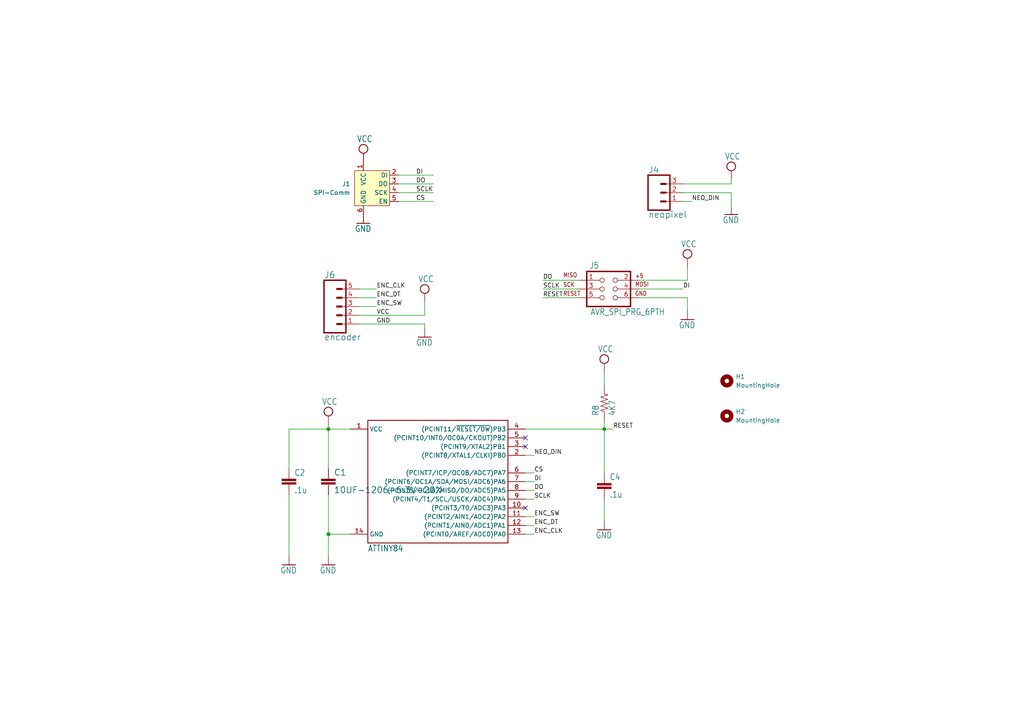
<source format=kicad_sch>
(kicad_sch (version 20231120) (generator "eeschema") (generator_version "8.0")
  (paper "A4")
  (lib_symbols
    (symbol "Garth Libraries:SPI-Comm-Jack"
      (property "Reference" "J" (at 0 0 0))
      (property "Value" "SPI-Comm" (at 0 0 0))
      (symbol "SPI-Comm-Jack_1_1"
        (rectangle (start -5.08 5.08) (end 5.08 -5.08) (fill (type background)))
        (pin power_in line (at -2.54 7.62 270) (length 2.54) (name "VCC") (number "1"))
        (pin input line (at 7.62 3.81 180) (length 2.54) (name "DI") (number "2"))
        (pin output line (at 7.62 1.27 180) (length 2.54) (name "DO") (number "3"))
        (pin input line (at 7.62 -1.27 180) (length 2.54) (name "SCK") (number "4"))
        (pin input line (at 7.62 -3.81 180) (length 2.54) (name "EN") (number "5"))
        (pin power_in line (at -2.54 -7.62 90) (length 2.54) (name "GND") (number "6"))
      )
    )
    (symbol "Mechanical:MountingHole" (pin_names (offset 1.016)) (exclude_from_sim yes) (in_bom no)
      (property "Reference" "H" (at 0 5.08 0))
      (property "Value" "MountingHole" (at 0 3.175 0))
      (symbol "MountingHole_0_1"
        (circle (center 0 0) (radius 1.27) (stroke (width 1.27)))
      )
    )
    (symbol "rotary-control-eagle-import:10UF-1206-6.3V-20%"
      (property "Reference" "C" (at 1.524 2.921 0))
      (symbol "10UF-1206-6.3V-20%_1_0"
        (rectangle (start -2.032 0.508) (end 2.032 1.016) (fill (type outline)))
        (rectangle (start -2.032 1.524) (end 2.032 2.032) (fill (type outline)))
        (polyline (pts (xy 0 0) (xy 0 0.508)) (stroke (width 0.1524)))
        (polyline (pts (xy 0 2.54) (xy 0 2.032)) (stroke (width 0.1524)))
        (pin passive line (at 0 5.08 270) (length 2.54) (name "1") (number "1"))
        (pin passive line (at 0 -2.54 90) (length 2.54) (name "2") (number "2"))
      )
    )
    (symbol "rotary-control-eagle-import:ATTINY84"
      (symbol "ATTINY84_1_0"
        (polyline (pts (xy -20.32 -17.78) (xy -20.32 17.78)) (stroke (width 0.254)))
        (polyline (pts (xy -20.32 17.78) (xy 20.32 17.78)) (stroke (width 0.254)))
        (polyline (pts (xy 20.32 -17.78) (xy -20.32 -17.78)) (stroke (width 0.254)))
        (polyline (pts (xy 20.32 17.78) (xy 20.32 -17.78)) (stroke (width 0.254)))
        (pin bidirectional line (at -25.4 15.24 0) (length 5.08) (name "VCC") (number "1"))
        (pin bidirectional line (at 25.4 -7.62 180) (length 5.08) (name "(PCINT3/T0/ADC3)PA3") (number "10"))
        (pin bidirectional line (at 25.4 -10.16 180) (length 5.08) (name "(PCINT2/AIN1/ADC2)PA2") (number "11"))
        (pin bidirectional line (at 25.4 -12.7 180) (length 5.08) (name "(PCINT1/AIN0/ADC1)PA1") (number "12"))
        (pin bidirectional line (at 25.4 -15.24 180) (length 5.08) (name "(PCINT0/AREF/ADC0)PA0") (number "13"))
        (pin bidirectional line (at -25.4 -15.24 0) (length 5.08) (name "GND") (number "14"))
        (pin bidirectional line (at 25.4 7.62 180) (length 5.08) (name "(PCINT8/XTAL1/CLKI)PB0") (number "2"))
        (pin bidirectional line (at 25.4 10.16 180) (length 5.08) (name "(PCINT9/XTAL2)PB1") (number "3"))
        (pin bidirectional line (at 25.4 15.24 180) (length 5.08) (name "(PCINT11/~{RESET/DW})PB3") (number "4"))
        (pin bidirectional line (at 25.4 12.7 180) (length 5.08) (name "(PCINT10/INT0/OC0A/CKOUT)PB2") (number "5"))
        (pin bidirectional line (at 25.4 2.54 180) (length 5.08) (name "(PCINT7/ICP/OC0B/ADC7)PA7") (number "6"))
        (pin bidirectional line (at 25.4 0 180) (length 5.08) (name "(PCINT6/OC1A/SDA/MOSI/ADC6)PA6") (number "7"))
        (pin bidirectional line (at 25.4 -2.54 180) (length 5.08) (name "(PCINT5/OC1B/MISO/DO/ADC5)PA5") (number "8"))
        (pin bidirectional line (at 25.4 -5.08 180) (length 5.08) (name "(PCINT4/T1/SCL/USCK/ADC4)PA4") (number "9"))
      )
    )
    (symbol "rotary-control-eagle-import:AVR_SPI_PRG_6PTH"
      (property "Reference" "J" (at -4.318 5.842 0))
      (symbol "AVR_SPI_PRG_6PTH_1_0"
        (polyline (pts (xy -5.08 -5.08) (xy 7.62 -5.08)) (stroke (width 0.4064)))
        (polyline (pts (xy -5.08 5.08) (xy -5.08 -5.08)) (stroke (width 0.4064)))
        (polyline (pts (xy 7.62 -5.08) (xy 7.62 5.08)) (stroke (width 0.4064)))
        (polyline (pts (xy 7.62 5.08) (xy -5.08 5.08)) (stroke (width 0.4064)))
        (text "+5" (at 8.89 3.048 0) (effects (font (size 1.27 1.0795)) (justify left bottom)))
        (text "GND" (at 8.89 -2.032 0) (effects (font (size 1.27 1.0795)) (justify left bottom)))
        (text "MISO" (at -11.938 3.302 0) (effects (font (size 1.27 1.0795)) (justify left bottom)))
        (text "MOSI" (at 8.89 0.635 0) (effects (font (size 1.27 1.0795)) (justify left bottom)))
        (text "RESET" (at -11.938 -2.032 0) (effects (font (size 1.27 1.0795)) (justify left bottom)))
        (text "SCK" (at -11.938 0.508 0) (effects (font (size 1.27 1.0795)) (justify left bottom)))
        (pin passive inverted (at -7.62 2.54 0) (length 7.62) (name "1") (number "1"))
        (pin passive inverted (at 10.16 2.54 180) (length 7.62) (name "2") (number "2"))
        (pin passive inverted (at -7.62 0 0) (length 7.62) (name "3") (number "3"))
        (pin passive inverted (at 10.16 0 180) (length 7.62) (name "4") (number "4"))
        (pin passive inverted (at -7.62 -2.54 0) (length 7.62) (name "5") (number "5"))
        (pin passive inverted (at 10.16 -2.54 180) (length 7.62) (name "6") (number "6"))
      )
    )
    (symbol "rotary-control-eagle-import:CAP0805"
      (property "Reference" "C" (at 1.524 2.921 0))
      (symbol "CAP0805_1_0"
        (rectangle (start -2.032 0.508) (end 2.032 1.016) (fill (type outline)))
        (rectangle (start -2.032 1.524) (end 2.032 2.032) (fill (type outline)))
        (polyline (pts (xy 0 0) (xy 0 0.508)) (stroke (width 0.1524)))
        (polyline (pts (xy 0 2.54) (xy 0 2.032)) (stroke (width 0.1524)))
        (pin passive line (at 0 5.08 270) (length 2.54) (name "1") (number "1"))
        (pin passive line (at 0 -2.54 90) (length 2.54) (name "2") (number "2"))
      )
    )
    (symbol "rotary-control-eagle-import:CONN_03"
      (property "Reference" "J" (at -2.54 5.588 0))
      (symbol "CONN_03_1_0"
        (polyline (pts (xy -2.54 5.08) (xy -2.54 -5.08)) (stroke (width 0.4064)))
        (polyline (pts (xy -2.54 5.08) (xy 3.81 5.08)) (stroke (width 0.4064)))
        (polyline (pts (xy 1.27 -2.54) (xy 2.54 -2.54)) (stroke (width 0.6096)))
        (polyline (pts (xy 1.27 0) (xy 2.54 0)) (stroke (width 0.6096)))
        (polyline (pts (xy 1.27 2.54) (xy 2.54 2.54)) (stroke (width 0.6096)))
        (polyline (pts (xy 3.81 -5.08) (xy -2.54 -5.08)) (stroke (width 0.4064)))
        (polyline (pts (xy 3.81 -5.08) (xy 3.81 5.08)) (stroke (width 0.4064)))
        (pin passive line (at 7.62 -2.54 180) (length 5.08) (name "1") (number "1"))
        (pin passive line (at 7.62 0 180) (length 5.08) (name "2") (number "2"))
        (pin passive line (at 7.62 2.54 180) (length 5.08) (name "3") (number "3"))
      )
    )
    (symbol "rotary-control-eagle-import:CONN_05"
      (property "Reference" "J" (at -2.54 8.128 0))
      (symbol "CONN_05_1_0"
        (polyline (pts (xy -2.54 7.62) (xy -2.54 -7.62)) (stroke (width 0.4064)))
        (polyline (pts (xy -2.54 7.62) (xy 3.81 7.62)) (stroke (width 0.4064)))
        (polyline (pts (xy 1.27 -5.08) (xy 2.54 -5.08)) (stroke (width 0.6096)))
        (polyline (pts (xy 1.27 -2.54) (xy 2.54 -2.54)) (stroke (width 0.6096)))
        (polyline (pts (xy 1.27 0) (xy 2.54 0)) (stroke (width 0.6096)))
        (polyline (pts (xy 1.27 2.54) (xy 2.54 2.54)) (stroke (width 0.6096)))
        (polyline (pts (xy 1.27 5.08) (xy 2.54 5.08)) (stroke (width 0.6096)))
        (polyline (pts (xy 3.81 -7.62) (xy -2.54 -7.62)) (stroke (width 0.4064)))
        (polyline (pts (xy 3.81 -7.62) (xy 3.81 7.62)) (stroke (width 0.4064)))
        (pin passive line (at 7.62 -5.08 180) (length 5.08) (name "1") (number "1"))
        (pin passive line (at 7.62 -2.54 180) (length 5.08) (name "2") (number "2"))
        (pin passive line (at 7.62 0 180) (length 5.08) (name "3") (number "3"))
        (pin passive line (at 7.62 2.54 180) (length 5.08) (name "4") (number "4"))
        (pin passive line (at 7.62 5.08 180) (length 5.08) (name "5") (number "5"))
      )
    )
    (symbol "rotary-control-eagle-import:GND" (power)
      (symbol "GND_1_0"
        (polyline (pts (xy -1.905 0) (xy 1.905 0)) (stroke (width 0.254)))
        (pin power_in line (at 0 2.54 270) (length 2.54) (name "GND") (number "1"))
      )
    )
    (symbol "rotary-control-eagle-import:RESISTOR"
      (property "Reference" "R" (at -3.81 1.4986 0))
      (symbol "RESISTOR_1_0"
        (polyline (pts (xy -2.54 0) (xy -2.159 1.016)) (stroke (width 0.1524)))
        (polyline (pts (xy -2.159 1.016) (xy -1.524 -1.016)) (stroke (width 0.1524)))
        (polyline (pts (xy -1.524 -1.016) (xy -0.889 1.016)) (stroke (width 0.1524)))
        (polyline (pts (xy -0.889 1.016) (xy -0.254 -1.016)) (stroke (width 0.1524)))
        (polyline (pts (xy -0.254 -1.016) (xy 0.381 1.016)) (stroke (width 0.1524)))
        (polyline (pts (xy 0.381 1.016) (xy 1.016 -1.016)) (stroke (width 0.1524)))
        (polyline (pts (xy 1.016 -1.016) (xy 1.651 1.016)) (stroke (width 0.1524)))
        (polyline (pts (xy 1.651 1.016) (xy 2.286 -1.016)) (stroke (width 0.1524)))
        (polyline (pts (xy 2.286 -1.016) (xy 2.54 0)) (stroke (width 0.1524)))
        (pin passive line (at -5.08 0 0) (length 2.54) (name "1") (number "1"))
        (pin passive line (at 5.08 0 180) (length 2.54) (name "2") (number "2"))
      )
    )
    (symbol "rotary-control-eagle-import:VCC" (power)
      (symbol "VCC_1_0"
        (circle (center 0 1.27) (radius 1.27) (stroke (width 0.254)))
        (pin power_in line (at 0 -2.54 90) (length 2.54) (name "VCC") (number "1"))
      )
    )
  )
  (junction (at 95.25 124.46))
  (junction (at 95.25 154.94))
  (junction (at 175.26 124.46))
  (no_connect (at 152.4 147.32))
  (no_connect (at 152.4 127))
  (no_connect (at 152.4 129.54))
  (wire (pts (xy 104.14 83.82) (xy 109.22 83.82)) (stroke (width 0.1524)))
  (wire (pts (xy 152.4 132.08) (xy 154.94 132.08)) (stroke (width 0.1524)))
  (wire (pts (xy 175.26 144.78) (xy 175.26 151.13)) (stroke (width 0.1524)))
  (wire (pts (xy 175.26 124.46) (xy 177.8 124.46)) (stroke (width 0.1524)))
  (wire (pts (xy 104.14 88.9) (xy 109.22 88.9)) (stroke (width 0.1524)))
  (wire (pts (xy 212.09 53.34) (xy 212.09 52.07)) (stroke (width 0.1524)))
  (wire (pts (xy 175.26 121.92) (xy 175.26 124.46)) (stroke (width 0.1524)))
  (wire (pts (xy 95.25 143.51) (xy 95.25 154.94)) (stroke (width 0.1524)))
  (wire (pts (xy 185.42 83.82) (xy 198.12 83.82)) (stroke (width 0.1524)))
  (wire (pts (xy 199.39 86.36) (xy 199.39 90.17)) (stroke (width 0.1524)))
  (wire (pts (xy 199.39 81.28) (xy 199.39 77.47)) (stroke (width 0.1524)))
  (wire (pts (xy 157.48 86.36) (xy 160.02 86.36)))
  (wire (pts (xy 101.6 124.46) (xy 95.25 124.46)) (stroke (width 0.1524)))
  (wire (pts (xy 123.19 93.98) (xy 104.14 93.98)) (stroke (width 0.1524)))
  (wire (pts (xy 185.42 86.36) (xy 199.39 86.36)) (stroke (width 0.1524)))
  (wire (pts (xy 83.82 124.46) (xy 95.25 124.46)) (stroke (width 0.1524)))
  (wire (pts (xy 175.26 137.16) (xy 175.26 124.46)) (stroke (width 0.1524)))
  (wire (pts (xy 83.82 135.89) (xy 83.82 124.46)) (stroke (width 0.1524)))
  (wire (pts (xy 83.82 143.51) (xy 83.82 161.29)) (stroke (width 0.1524)))
  (wire (pts (xy 185.42 81.28) (xy 199.39 81.28)) (stroke (width 0.1524)))
  (wire (pts (xy 115.57 50.8) (xy 125.73 50.8)))
  (wire (pts (xy 115.57 53.34) (xy 125.73 53.34)))
  (wire (pts (xy 152.4 142.24) (xy 154.94 142.24)) (stroke (width 0.1524)))
  (wire (pts (xy 104.14 86.36) (xy 109.22 86.36)) (stroke (width 0.1524)))
  (wire (pts (xy 157.48 81.28) (xy 160.02 81.28)))
  (wire (pts (xy 175.26 107.95) (xy 175.26 111.76)) (stroke (width 0.1524)))
  (wire (pts (xy 152.4 137.16) (xy 154.94 137.16)) (stroke (width 0.1524)))
  (wire (pts (xy 152.4 124.46) (xy 175.26 124.46)) (stroke (width 0.1524)))
  (wire (pts (xy 152.4 139.7) (xy 154.94 139.7)) (stroke (width 0.1524)))
  (wire (pts (xy 95.25 154.94) (xy 95.25 161.29)) (stroke (width 0.1524)))
  (wire (pts (xy 115.57 55.88) (xy 125.73 55.88)))
  (wire (pts (xy 152.4 144.78) (xy 154.94 144.78)) (stroke (width 0.1524)))
  (wire (pts (xy 152.4 149.86) (xy 154.94 149.86)) (stroke (width 0.1524)))
  (wire (pts (xy 95.25 124.46) (xy 95.25 123.19)) (stroke (width 0.1524)))
  (wire (pts (xy 123.19 95.25) (xy 123.19 93.98)) (stroke (width 0.1524)))
  (wire (pts (xy 152.4 152.4) (xy 154.94 152.4)) (stroke (width 0.1524)))
  (wire (pts (xy 198.12 58.42) (xy 200.66 58.42)) (stroke (width 0.1524)))
  (wire (pts (xy 167.64 83.82) (xy 160.02 83.82)) (stroke (width 0.1524)))
  (wire (pts (xy 115.57 58.42) (xy 125.73 58.42)))
  (wire (pts (xy 212.09 59.69) (xy 212.09 55.88)) (stroke (width 0.1524)))
  (wire (pts (xy 157.48 83.82) (xy 160.02 83.82)))
  (wire (pts (xy 167.64 86.36) (xy 160.02 86.36)) (stroke (width 0.1524)))
  (wire (pts (xy 152.4 154.94) (xy 154.94 154.94)) (stroke (width 0.1524)))
  (wire (pts (xy 167.64 81.28) (xy 160.02 81.28)) (stroke (width 0.1524)))
  (wire (pts (xy 123.19 91.44) (xy 104.14 91.44)) (stroke (width 0.1524)))
  (wire (pts (xy 123.19 87.63) (xy 123.19 91.44)) (stroke (width 0.1524)))
  (wire (pts (xy 101.6 154.94) (xy 95.25 154.94)) (stroke (width 0.1524)))
  (wire (pts (xy 95.25 135.89) (xy 95.25 124.46)) (stroke (width 0.1524)))
  (wire (pts (xy 198.12 53.34) (xy 212.09 53.34)) (stroke (width 0.1524)))
  (wire (pts (xy 212.09 55.88) (xy 198.12 55.88)) (stroke (width 0.1524)))
  (label "ENC_DT" (at 154.94 152.4 0) (effects (font (size 1.2446 1.2446))))
  (label "DI" (at 154.94 139.7 0) (effects (font (size 1.2446 1.2446))))
  (label "VCC" (at 109.22 91.44 0) (effects (font (size 1.2446 1.2446))))
  (label "ENC_SW" (at 154.94 149.86 0) (effects (font (size 1.2446 1.2446))))
  (label "ENC_CLK" (at 109.22 83.82 0) (effects (font (size 1.2446 1.2446))))
  (label "ENC_DT" (at 109.22 86.36 0) (effects (font (size 1.2446 1.2446))))
  (label "DI" (at 120.65 50.8 0))
  (label "DO" (at 157.48 81.28 0) (effects (font (size 1.2446 1.2446))))
  (label "GND" (at 109.22 93.98 0) (effects (font (size 1.2446 1.2446))))
  (label "CS" (at 120.65 58.42 0))
  (label "DO" (at 120.65 53.34 0))
  (label "DO" (at 154.94 142.24 0) (effects (font (size 1.2446 1.2446))))
  (label "ENC_CLK" (at 154.94 154.94 0) (effects (font (size 1.2446 1.2446))))
  (label "CS" (at 154.94 137.16 0) (effects (font (size 1.2446 1.2446))))
  (label "NEO_DIN" (at 154.94 132.08 0) (effects (font (size 1.2446 1.2446))))
  (label "RESET" (at 157.48 86.36 0) (effects (font (size 1.2446 1.2446))))
  (label "NEO_DIN" (at 200.66 58.42 0) (effects (font (size 1.2446 1.2446))))
  (label "ENC_SW" (at 109.22 88.9 0) (effects (font (size 1.2446 1.2446))))
  (label "SCLK" (at 120.65 55.88 0))
  (label "SCLK" (at 154.94 144.78 0) (effects (font (size 1.2446 1.2446))))
  (label "DI" (at 198.12 83.82 0) (effects (font (size 1.2446 1.2446))))
  (label "SCLK" (at 157.48 83.82 0) (effects (font (size 1.2446 1.2446))))
  (label "RESET" (at 177.8 124.46 0) (effects (font (size 1.2446 1.2446))))
  (symbol (lib_id "rotary-control-eagle-import:AVR_SPI_PRG_6PTH") (at 175.26 83.82 0) (unit 1)
    (property "Reference" "J5" (at 170.942 77.978 0) (effects (font (size 1.778 1.5113)) (justify left bottom)))
    (property "Value" "AVR_SPI_PRG_6PTH" (at 171.196 91.44 0) (effects (font (size 1.778 1.5113)) (justify left bottom)))
    (property "Footprint" "rotary-control:2X3" (effects (hide yes)))
  )
  (symbol (lib_id "rotary-control-eagle-import:10UF-1206-6.3V-20%") (at 95.25 140.97 0) (unit 1)
    (property "Reference" "C1" (at 96.774 138.049 0) (effects (font (size 1.778 1.778)) (justify left bottom)))
    (property "Value" "10UF-1206-6.3V-20%" (at 96.774 143.129 0) (effects (font (size 1.778 1.778)) (justify left bottom)))
    (property "Footprint" "Capacitor_SMD:C_1206_3216Metric_Pad1.33x1.80mm_HandSolder" (effects (hide yes)))
  )
  (symbol (lib_id "rotary-control-eagle-import:GND") (at 95.25 163.83 0) (unit 1)
    (property "Reference" "#GND04" (effects (hide yes)))
    (property "Value" "GND" (at 92.71 166.37 0) (effects (font (size 1.778 1.5113)) (justify left bottom)))
  )
  (symbol (lib_id "rotary-control-eagle-import:GND") (at 212.09 62.23 0) (unit 1)
    (property "Reference" "#GND01" (effects (hide yes)))
    (property "Value" "GND" (at 209.55 64.77 0) (effects (font (size 1.778 1.5113)) (justify left bottom)))
  )
  (symbol (lib_id "rotary-control-eagle-import:GND") (at 199.39 92.71 0) (unit 1)
    (property "Reference" "#GND09" (effects (hide yes)))
    (property "Value" "GND" (at 196.85 95.25 0) (effects (font (size 1.778 1.5113)) (justify left bottom)))
  )
  (symbol (lib_id "rotary-control-eagle-import:GND") (at 105.41 64.77 0) (unit 1)
    (property "Reference" "#GND03" (effects (hide yes)))
    (property "Value" "GND" (at 102.87 67.31 0) (effects (font (size 1.778 1.5113)) (justify left bottom)))
  )
  (symbol (lib_id "rotary-control-eagle-import:RESISTOR") (at 175.26 116.84 90) (unit 1)
    (property "Reference" "R8" (at 173.7614 120.65 0) (effects (font (size 1.778 1.5113)) (justify left bottom)))
    (property "Value" "4K7" (at 178.562 120.65 0) (effects (font (size 1.778 1.5113)) (justify left bottom)))
    (property "Footprint" "rotary-control:0805" (effects (hide yes)))
  )
  (symbol (lib_id "rotary-control-eagle-import:CONN_05") (at 96.52 88.9 0) (unit 1)
    (property "Reference" "J6" (at 93.98 80.772 0) (effects (font (size 1.778 1.778)) (justify left bottom)))
    (property "Value" "encoder" (at 93.98 98.806 0) (effects (font (size 1.778 1.778)) (justify left bottom)))
    (property "Footprint" "Connector_PinHeader_2.54mm:PinHeader_1x05_P2.54mm_Vertical" (effects (hide yes)))
  )
  (symbol (lib_id "Mechanical:MountingHole") (at 210.82 110.49 0) (unit 1) (exclude_from_sim yes) (in_bom no)
    (property "Reference" "H1" (at 213.36 109.2199 0) (effects (justify left)))
    (property "Value" "MountingHole" (at 213.36 111.7599 0) (effects (justify left)))
    (property "Footprint" "MountingHole:MountingHole_2.7mm_M2.5_Pad" (effects (hide yes)))
    (property "Description" "Mounting Hole without connection" (effects (hide yes)))
  )
  (symbol (lib_id "rotary-control-eagle-import:VCC") (at 199.39 74.93 0) (unit 1)
    (property "Reference" "#SUPPLY08" (effects (hide yes)))
    (property "Value" "VCC" (at 197.485 71.755 0) (effects (font (size 1.778 1.5113)) (justify left bottom)))
  )
  (symbol (lib_id "rotary-control-eagle-import:VCC") (at 95.25 120.65 0) (unit 1)
    (property "Reference" "#SUPPLY04" (effects (hide yes)))
    (property "Value" "VCC" (at 93.345 117.475 0) (effects (font (size 1.778 1.5113)) (justify left bottom)))
  )
  (symbol (lib_id "rotary-control-eagle-import:GND") (at 83.82 163.83 0) (unit 1)
    (property "Reference" "#GND06" (effects (hide yes)))
    (property "Value" "GND" (at 81.28 166.37 0) (effects (font (size 1.778 1.5113)) (justify left bottom)))
  )
  (symbol (lib_id "Mechanical:MountingHole") (at 210.82 120.65 0) (unit 1) (exclude_from_sim yes) (in_bom no)
    (property "Reference" "H2" (at 213.36 119.3799 0) (effects (justify left)))
    (property "Value" "MountingHole" (at 213.36 121.9199 0) (effects (justify left)))
    (property "Footprint" "MountingHole:MountingHole_2.7mm_M2.5_Pad" (effects (hide yes)))
    (property "Description" "Mounting Hole without connection" (effects (hide yes)))
  )
  (symbol (lib_id "Garth Libraries:SPI-Comm-Jack") (at 107.95 54.61 0) (unit 1)
    (property "Reference" "J1" (at 101.6 53.3399 0) (effects (justify right)))
    (property "Value" "SPI-Comm" (at 101.6 55.8799 0) (effects (justify right)))
    (property "Footprint" "Garth:RJ11-Straight" (effects (hide yes)))
  )
  (symbol (lib_id "rotary-control-eagle-import:VCC") (at 212.09 49.53 0) (unit 1)
    (property "Reference" "#SUPPLY06" (effects (hide yes)))
    (property "Value" "VCC" (at 210.185 46.355 0) (effects (font (size 1.778 1.5113)) (justify left bottom)))
  )
  (symbol (lib_id "rotary-control-eagle-import:CAP0805") (at 175.26 142.24 0) (unit 1)
    (property "Reference" "C4" (at 176.784 139.319 0) (effects (font (size 1.778 1.5113)) (justify left bottom)))
    (property "Value" ".1u" (at 176.784 144.399 0) (effects (font (size 1.778 1.5113)) (justify left bottom)))
    (property "Footprint" "rotary-control:0805" (effects (hide yes)))
  )
  (symbol (lib_id "rotary-control-eagle-import:ATTINY84") (at 127 139.7 0) (unit 1)
    (property "Reference" "U$2" (effects (hide yes)))
    (property "Value" "ATTINY84" (at 106.68 160.02 0) (effects (font (size 1.778 1.5113)) (justify left bottom)))
    (property "Footprint" "Package_SO:SOIC-14_3.9x8.7mm_P1.27mm" (effects (hide yes)))
  )
  (symbol (lib_id "rotary-control-eagle-import:GND") (at 175.26 153.67 0) (unit 1)
    (property "Reference" "#GND02" (effects (hide yes)))
    (property "Value" "GND" (at 172.72 156.21 0) (effects (font (size 1.778 1.5113)) (justify left bottom)))
  )
  (symbol (lib_id "rotary-control-eagle-import:VCC") (at 123.19 85.09 0) (unit 1)
    (property "Reference" "#SUPPLY07" (effects (hide yes)))
    (property "Value" "VCC" (at 121.285 81.915 0) (effects (font (size 1.778 1.5113)) (justify left bottom)))
  )
  (symbol (lib_id "rotary-control-eagle-import:CONN_03") (at 190.5 55.88 0) (unit 1)
    (property "Reference" "J4" (at 187.96 50.292 0) (effects (font (size 1.778 1.778)) (justify left bottom)))
    (property "Value" "neopixel" (at 187.96 63.246 0) (effects (font (size 1.778 1.778)) (justify left bottom)))
    (property "Footprint" "Connector_PinHeader_2.54mm:PinHeader_1x03_P2.54mm_Vertical" (effects (hide yes)))
  )
  (symbol (lib_id "rotary-control-eagle-import:VCC") (at 175.26 105.41 0) (unit 1)
    (property "Reference" "#SUPPLY02" (effects (hide yes)))
    (property "Value" "VCC" (at 173.355 102.235 0) (effects (font (size 1.778 1.5113)) (justify left bottom)))
  )
  (symbol (lib_id "rotary-control-eagle-import:GND") (at 123.19 97.79 0) (unit 1)
    (property "Reference" "#GND08" (effects (hide yes)))
    (property "Value" "GND" (at 120.65 100.33 0) (effects (font (size 1.778 1.5113)) (justify left bottom)))
  )
  (symbol (lib_id "rotary-control-eagle-import:CAP0805") (at 83.82 140.97 0) (unit 1)
    (property "Reference" "C2" (at 85.344 138.049 0) (effects (font (size 1.778 1.5113)) (justify left bottom)))
    (property "Value" ".1u" (at 85.344 143.129 0) (effects (font (size 1.778 1.5113)) (justify left bottom)))
    (property "Footprint" "rotary-control:0805" (effects (hide yes)))
  )
  (symbol (lib_id "rotary-control-eagle-import:VCC") (at 105.41 44.45 0) (unit 1)
    (property "Reference" "#SUPPLY01" (effects (hide yes)))
    (property "Value" "VCC" (at 103.505 41.275 0) (effects (font (size 1.778 1.5113)) (justify left bottom)))
  )
)
</source>
